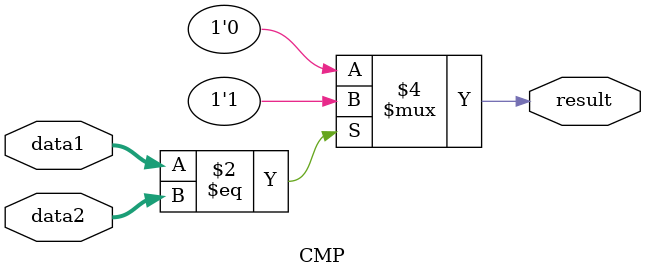
<source format=v>
`timescale 1ns / 1ps


module Decade_Counter(
    input CLK,
    input RST,
    output reg [3:0] Q
    );
    
    wire result;
    // Instantiating a Comparator
    CMP CMP1(
        .data1(Q),
        .data2(4'b1001),
        .result(result)
        );
    
    always@(negedge(CLK) or posedge(RST))begin
        // Condition for Reset
        if(RST == 1 | result == 1)begin
            Q <= 4'b0000;
        end
        else begin
            Q <= Q + 1;
        end
    end
    
endmodule

// 4-bit Comparator
module CMP(
    input [3:0] data1,
    input [3:0] data2,
    output reg result
    );
    
    always@* begin
        if(data1 == data2)begin
            result <= 1;
        end
        else begin
            result <= 0;
        end
    end
    
endmodule

</source>
